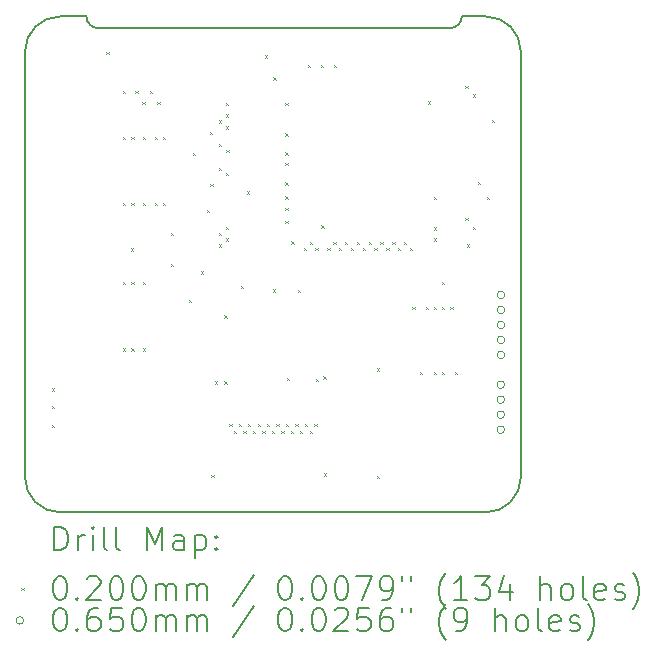
<source format=gbr>
%TF.GenerationSoftware,KiCad,Pcbnew,7.0.6*%
%TF.CreationDate,2023-09-15T14:05:19+02:00*%
%TF.ProjectId,V8,56382e6b-6963-4616-945f-706362585858,rev?*%
%TF.SameCoordinates,Original*%
%TF.FileFunction,Drillmap*%
%TF.FilePolarity,Positive*%
%FSLAX45Y45*%
G04 Gerber Fmt 4.5, Leading zero omitted, Abs format (unit mm)*
G04 Created by KiCad (PCBNEW 7.0.6) date 2023-09-15 14:05:19*
%MOMM*%
%LPD*%
G01*
G04 APERTURE LIST*
%ADD10C,0.200000*%
%ADD11C,0.020000*%
%ADD12C,0.065000*%
G04 APERTURE END LIST*
D10*
X13520355Y-8000000D02*
X16499645Y-8000000D01*
X12900000Y-8200000D02*
X12900000Y-11800000D01*
X16800000Y-12100000D02*
G75*
G03*
X17100000Y-11800000I0J300000D01*
G01*
X13199645Y-7900000D02*
X13420355Y-7900000D01*
X16600000Y-7900000D02*
X16800000Y-7900000D01*
X17100000Y-11800000D02*
X17100000Y-8200000D01*
X12900000Y-11800000D02*
G75*
G03*
X13200000Y-12100000I300000J0D01*
G01*
X17100000Y-8200000D02*
G75*
G03*
X16800000Y-7900000I-300000J0D01*
G01*
X13200000Y-7900000D02*
G75*
G03*
X12900000Y-8200000I0J-300000D01*
G01*
X16500000Y-8000000D02*
G75*
G03*
X16600000Y-7900000I0J100000D01*
G01*
X13200000Y-12100000D02*
X16800000Y-12100000D01*
X13420710Y-7900000D02*
G75*
G03*
X13520711Y-8000000I100000J0D01*
G01*
D11*
X13130000Y-11050000D02*
X13150000Y-11070000D01*
X13150000Y-11050000D02*
X13130000Y-11070000D01*
X13130000Y-11200000D02*
X13150000Y-11220000D01*
X13150000Y-11200000D02*
X13130000Y-11220000D01*
X13130000Y-11360000D02*
X13150000Y-11380000D01*
X13150000Y-11360000D02*
X13130000Y-11380000D01*
X13590000Y-8200000D02*
X13610000Y-8220000D01*
X13610000Y-8200000D02*
X13590000Y-8220000D01*
X13730000Y-8530000D02*
X13750000Y-8550000D01*
X13750000Y-8530000D02*
X13730000Y-8550000D01*
X13730000Y-8920000D02*
X13750000Y-8940000D01*
X13750000Y-8920000D02*
X13730000Y-8940000D01*
X13730000Y-9480000D02*
X13750000Y-9500000D01*
X13750000Y-9480000D02*
X13730000Y-9500000D01*
X13730000Y-10150000D02*
X13750000Y-10170000D01*
X13750000Y-10150000D02*
X13730000Y-10170000D01*
X13730000Y-10710000D02*
X13750000Y-10730000D01*
X13750000Y-10710000D02*
X13730000Y-10730000D01*
X13795250Y-9865000D02*
X13815250Y-9885000D01*
X13815250Y-9865000D02*
X13795250Y-9885000D01*
X13800000Y-8920000D02*
X13820000Y-8940000D01*
X13820000Y-8920000D02*
X13800000Y-8940000D01*
X13800000Y-9480000D02*
X13820000Y-9500000D01*
X13820000Y-9480000D02*
X13800000Y-9500000D01*
X13800000Y-10150000D02*
X13820000Y-10170000D01*
X13820000Y-10150000D02*
X13800000Y-10170000D01*
X13800000Y-10710000D02*
X13820000Y-10730000D01*
X13820000Y-10710000D02*
X13800000Y-10730000D01*
X13833721Y-8530857D02*
X13853721Y-8550857D01*
X13853721Y-8530857D02*
X13833721Y-8550857D01*
X13895000Y-8625000D02*
X13915000Y-8645000D01*
X13915000Y-8625000D02*
X13895000Y-8645000D01*
X13900000Y-8920000D02*
X13920000Y-8940000D01*
X13920000Y-8920000D02*
X13900000Y-8940000D01*
X13900000Y-9480000D02*
X13920000Y-9500000D01*
X13920000Y-9480000D02*
X13900000Y-9500000D01*
X13900000Y-10150000D02*
X13920000Y-10170000D01*
X13920000Y-10150000D02*
X13900000Y-10170000D01*
X13900000Y-10710000D02*
X13920000Y-10730000D01*
X13920000Y-10710000D02*
X13900000Y-10730000D01*
X13960000Y-8530000D02*
X13980000Y-8550000D01*
X13980000Y-8530000D02*
X13960000Y-8550000D01*
X14000000Y-8920000D02*
X14020000Y-8940000D01*
X14020000Y-8920000D02*
X14000000Y-8940000D01*
X14000000Y-9480000D02*
X14020000Y-9500000D01*
X14020000Y-9480000D02*
X14000000Y-9500000D01*
X14019938Y-8625000D02*
X14039938Y-8645000D01*
X14039938Y-8625000D02*
X14019938Y-8645000D01*
X14070000Y-8920000D02*
X14090000Y-8940000D01*
X14090000Y-8920000D02*
X14070000Y-8940000D01*
X14070000Y-9480000D02*
X14090000Y-9500000D01*
X14090000Y-9480000D02*
X14070000Y-9500000D01*
X14135250Y-9735000D02*
X14155250Y-9755000D01*
X14155250Y-9735000D02*
X14135250Y-9755000D01*
X14135250Y-9995000D02*
X14155250Y-10015000D01*
X14155250Y-9995000D02*
X14135250Y-10015000D01*
X14290000Y-10300000D02*
X14310000Y-10320000D01*
X14310000Y-10300000D02*
X14290000Y-10320000D01*
X14320000Y-9055000D02*
X14340000Y-9075000D01*
X14340000Y-9055000D02*
X14320000Y-9075000D01*
X14390000Y-10060050D02*
X14410000Y-10080050D01*
X14410000Y-10060050D02*
X14390000Y-10080050D01*
X14440000Y-9540000D02*
X14460000Y-9560000D01*
X14460000Y-9540000D02*
X14440000Y-9560000D01*
X14465000Y-8880000D02*
X14485000Y-8900000D01*
X14485000Y-8880000D02*
X14465000Y-8900000D01*
X14470000Y-9320000D02*
X14490000Y-9340000D01*
X14490000Y-9320000D02*
X14470000Y-9340000D01*
X14480000Y-11780000D02*
X14500000Y-11800000D01*
X14500000Y-11780000D02*
X14480000Y-11800000D01*
X14510000Y-10990557D02*
X14530000Y-11010557D01*
X14530000Y-10990557D02*
X14510000Y-11010557D01*
X14540000Y-8780000D02*
X14560000Y-8800000D01*
X14560000Y-8780000D02*
X14540000Y-8800000D01*
X14540000Y-8980000D02*
X14560000Y-9000000D01*
X14560000Y-8980000D02*
X14540000Y-9000000D01*
X14540000Y-9180000D02*
X14560000Y-9200000D01*
X14560000Y-9180000D02*
X14540000Y-9200000D01*
X14540000Y-9731407D02*
X14560000Y-9751407D01*
X14560000Y-9731407D02*
X14540000Y-9751407D01*
X14540000Y-9830000D02*
X14560000Y-9850000D01*
X14560000Y-9830000D02*
X14540000Y-9850000D01*
X14590000Y-10430000D02*
X14610000Y-10450000D01*
X14610000Y-10430000D02*
X14590000Y-10450000D01*
X14590000Y-10990557D02*
X14610000Y-11010557D01*
X14610000Y-10990557D02*
X14590000Y-11010557D01*
X14600000Y-8630000D02*
X14620000Y-8650000D01*
X14620000Y-8630000D02*
X14600000Y-8650000D01*
X14600000Y-8730000D02*
X14620000Y-8750000D01*
X14620000Y-8730000D02*
X14600000Y-8750000D01*
X14600000Y-8830000D02*
X14620000Y-8850000D01*
X14620000Y-8830000D02*
X14600000Y-8850000D01*
X14600000Y-9224950D02*
X14620000Y-9244950D01*
X14620000Y-9224950D02*
X14600000Y-9244950D01*
X14600000Y-9680000D02*
X14620000Y-9700000D01*
X14620000Y-9680000D02*
X14600000Y-9700000D01*
X14600000Y-9780000D02*
X14620000Y-9800000D01*
X14620000Y-9780000D02*
X14600000Y-9800000D01*
X14605050Y-9030000D02*
X14625050Y-9050000D01*
X14625050Y-9030000D02*
X14605050Y-9050000D01*
X14630000Y-11350000D02*
X14650000Y-11370000D01*
X14650000Y-11350000D02*
X14630000Y-11370000D01*
X14670000Y-11410000D02*
X14690000Y-11430000D01*
X14690000Y-11410000D02*
X14670000Y-11430000D01*
X14710000Y-11350000D02*
X14730000Y-11370000D01*
X14730000Y-11350000D02*
X14710000Y-11370000D01*
X14730000Y-10180000D02*
X14750000Y-10200000D01*
X14750000Y-10180000D02*
X14730000Y-10200000D01*
X14750000Y-11410000D02*
X14770000Y-11430000D01*
X14770000Y-11410000D02*
X14750000Y-11430000D01*
X14780000Y-9380000D02*
X14800000Y-9400000D01*
X14800000Y-9380000D02*
X14780000Y-9400000D01*
X14790000Y-11350000D02*
X14810000Y-11370000D01*
X14810000Y-11350000D02*
X14790000Y-11370000D01*
X14830000Y-11410000D02*
X14850000Y-11430000D01*
X14850000Y-11410000D02*
X14830000Y-11430000D01*
X14870000Y-11350000D02*
X14890000Y-11370000D01*
X14890000Y-11350000D02*
X14870000Y-11370000D01*
X14910000Y-11410000D02*
X14930000Y-11430000D01*
X14930000Y-11410000D02*
X14910000Y-11430000D01*
X14930000Y-8230000D02*
X14950000Y-8250000D01*
X14950000Y-8230000D02*
X14930000Y-8250000D01*
X14950000Y-11350000D02*
X14970000Y-11370000D01*
X14970000Y-11350000D02*
X14950000Y-11370000D01*
X14990000Y-11410000D02*
X15010000Y-11430000D01*
X15010000Y-11410000D02*
X14990000Y-11430000D01*
X15000000Y-10210000D02*
X15020000Y-10230000D01*
X15020000Y-10210000D02*
X15000000Y-10230000D01*
X15005000Y-8415000D02*
X15025000Y-8435000D01*
X15025000Y-8415000D02*
X15005000Y-8435000D01*
X15030000Y-11350000D02*
X15050000Y-11370000D01*
X15050000Y-11350000D02*
X15030000Y-11370000D01*
X15070000Y-11410000D02*
X15090000Y-11430000D01*
X15090000Y-11410000D02*
X15070000Y-11430000D01*
X15104284Y-9305716D02*
X15124284Y-9325716D01*
X15124284Y-9305716D02*
X15104284Y-9325716D01*
X15105000Y-8632500D02*
X15125000Y-8652500D01*
X15125000Y-8632500D02*
X15105000Y-8652500D01*
X15105000Y-8890000D02*
X15125000Y-8910000D01*
X15125000Y-8890000D02*
X15105000Y-8910000D01*
X15105000Y-9050000D02*
X15125000Y-9070000D01*
X15125000Y-9050000D02*
X15105000Y-9070000D01*
X15105000Y-9139114D02*
X15125000Y-9159114D01*
X15125000Y-9139114D02*
X15105000Y-9159114D01*
X15105000Y-9425000D02*
X15125000Y-9445000D01*
X15125000Y-9425000D02*
X15105000Y-9445000D01*
X15105000Y-9520000D02*
X15125000Y-9540000D01*
X15125000Y-9520000D02*
X15105000Y-9540000D01*
X15105000Y-9630000D02*
X15125000Y-9650000D01*
X15125000Y-9630000D02*
X15105000Y-9650000D01*
X15110000Y-11350000D02*
X15130000Y-11370000D01*
X15130000Y-11350000D02*
X15110000Y-11370000D01*
X15120000Y-10960000D02*
X15140000Y-10980000D01*
X15140000Y-10960000D02*
X15120000Y-10980000D01*
X15150000Y-11410000D02*
X15170000Y-11430000D01*
X15170000Y-11410000D02*
X15150000Y-11430000D01*
X15155000Y-9805000D02*
X15175000Y-9825000D01*
X15175000Y-9805000D02*
X15155000Y-9825000D01*
X15190000Y-11350000D02*
X15210000Y-11370000D01*
X15210000Y-11350000D02*
X15190000Y-11370000D01*
X15210000Y-10215000D02*
X15230000Y-10235000D01*
X15230000Y-10215000D02*
X15210000Y-10235000D01*
X15230000Y-11410000D02*
X15250000Y-11430000D01*
X15250000Y-11410000D02*
X15230000Y-11430000D01*
X15260000Y-9860000D02*
X15280000Y-9880000D01*
X15280000Y-9860000D02*
X15260000Y-9880000D01*
X15270000Y-11350000D02*
X15290000Y-11370000D01*
X15290000Y-11350000D02*
X15270000Y-11370000D01*
X15295000Y-8310000D02*
X15315000Y-8330000D01*
X15315000Y-8310000D02*
X15295000Y-8330000D01*
X15310000Y-9810000D02*
X15330000Y-9830000D01*
X15330000Y-9810000D02*
X15310000Y-9830000D01*
X15310000Y-11410000D02*
X15330000Y-11430000D01*
X15330000Y-11410000D02*
X15310000Y-11430000D01*
X15350000Y-11350000D02*
X15370000Y-11370000D01*
X15370000Y-11350000D02*
X15350000Y-11370000D01*
X15360000Y-9860000D02*
X15380000Y-9880000D01*
X15380000Y-9860000D02*
X15360000Y-9880000D01*
X15365000Y-10970000D02*
X15385000Y-10990000D01*
X15385000Y-10970000D02*
X15365000Y-10990000D01*
X15408215Y-8311784D02*
X15428215Y-8331784D01*
X15428215Y-8311784D02*
X15408215Y-8331784D01*
X15410000Y-9670000D02*
X15430000Y-9690000D01*
X15430000Y-9670000D02*
X15410000Y-9690000D01*
X15427535Y-10947465D02*
X15447535Y-10967465D01*
X15447535Y-10947465D02*
X15427535Y-10967465D01*
X15430000Y-11770000D02*
X15450000Y-11790000D01*
X15450000Y-11770000D02*
X15430000Y-11790000D01*
X15460000Y-9860000D02*
X15480000Y-9880000D01*
X15480000Y-9860000D02*
X15460000Y-9880000D01*
X15510000Y-9810000D02*
X15530000Y-9830000D01*
X15530000Y-9810000D02*
X15510000Y-9830000D01*
X15515000Y-8310000D02*
X15535000Y-8330000D01*
X15535000Y-8310000D02*
X15515000Y-8330000D01*
X15560000Y-9860000D02*
X15580000Y-9880000D01*
X15580000Y-9860000D02*
X15560000Y-9880000D01*
X15610000Y-9810000D02*
X15630000Y-9830000D01*
X15630000Y-9810000D02*
X15610000Y-9830000D01*
X15660000Y-9860000D02*
X15680000Y-9880000D01*
X15680000Y-9860000D02*
X15660000Y-9880000D01*
X15710000Y-9810000D02*
X15730000Y-9830000D01*
X15730000Y-9810000D02*
X15710000Y-9830000D01*
X15760000Y-9860000D02*
X15780000Y-9880000D01*
X15780000Y-9860000D02*
X15760000Y-9880000D01*
X15810000Y-9810000D02*
X15830000Y-9830000D01*
X15830000Y-9810000D02*
X15810000Y-9830000D01*
X15860000Y-9860000D02*
X15880000Y-9880000D01*
X15880000Y-9860000D02*
X15860000Y-9880000D01*
X15878000Y-11790000D02*
X15898000Y-11810000D01*
X15898000Y-11790000D02*
X15878000Y-11810000D01*
X15880000Y-10880000D02*
X15900000Y-10900000D01*
X15900000Y-10880000D02*
X15880000Y-10900000D01*
X15910000Y-9810000D02*
X15930000Y-9830000D01*
X15930000Y-9810000D02*
X15910000Y-9830000D01*
X15960000Y-9860000D02*
X15980000Y-9880000D01*
X15980000Y-9860000D02*
X15960000Y-9880000D01*
X16010000Y-9810000D02*
X16030000Y-9830000D01*
X16030000Y-9810000D02*
X16010000Y-9830000D01*
X16060000Y-9860000D02*
X16080000Y-9880000D01*
X16080000Y-9860000D02*
X16060000Y-9880000D01*
X16110000Y-9810000D02*
X16130000Y-9830000D01*
X16130000Y-9810000D02*
X16110000Y-9830000D01*
X16160000Y-9860000D02*
X16180000Y-9880000D01*
X16180000Y-9860000D02*
X16160000Y-9880000D01*
X16180000Y-10360000D02*
X16200000Y-10380000D01*
X16200000Y-10360000D02*
X16180000Y-10380000D01*
X16245000Y-10908000D02*
X16265000Y-10928000D01*
X16265000Y-10908000D02*
X16245000Y-10928000D01*
X16292500Y-10358000D02*
X16312500Y-10378000D01*
X16312500Y-10358000D02*
X16292500Y-10378000D01*
X16310000Y-8620000D02*
X16330000Y-8640000D01*
X16330000Y-8620000D02*
X16310000Y-8640000D01*
X16360000Y-9430000D02*
X16380000Y-9450000D01*
X16380000Y-9430000D02*
X16360000Y-9450000D01*
X16360000Y-9685000D02*
X16380000Y-9705000D01*
X16380000Y-9685000D02*
X16360000Y-9705000D01*
X16360000Y-9780000D02*
X16380000Y-9800000D01*
X16380000Y-9780000D02*
X16360000Y-9800000D01*
X16362500Y-10358000D02*
X16382500Y-10378000D01*
X16382500Y-10358000D02*
X16362500Y-10378000D01*
X16362500Y-10908000D02*
X16382500Y-10928000D01*
X16382500Y-10908000D02*
X16362500Y-10928000D01*
X16430000Y-10150000D02*
X16450000Y-10170000D01*
X16450000Y-10150000D02*
X16430000Y-10170000D01*
X16432500Y-10358000D02*
X16452500Y-10378000D01*
X16452500Y-10358000D02*
X16432500Y-10378000D01*
X16432500Y-10908000D02*
X16452500Y-10928000D01*
X16452500Y-10908000D02*
X16432500Y-10928000D01*
X16502500Y-10358000D02*
X16522500Y-10378000D01*
X16522500Y-10358000D02*
X16502500Y-10378000D01*
X16540000Y-10908000D02*
X16560000Y-10928000D01*
X16560000Y-10908000D02*
X16540000Y-10928000D01*
X16630000Y-8490000D02*
X16650000Y-8510000D01*
X16650000Y-8490000D02*
X16630000Y-8510000D01*
X16630000Y-9605000D02*
X16650000Y-9625000D01*
X16650000Y-9605000D02*
X16630000Y-9625000D01*
X16640000Y-9830000D02*
X16660000Y-9850000D01*
X16660000Y-9830000D02*
X16640000Y-9850000D01*
X16690000Y-9680000D02*
X16710000Y-9700000D01*
X16710000Y-9680000D02*
X16690000Y-9700000D01*
X16692000Y-8560000D02*
X16712000Y-8580000D01*
X16712000Y-8560000D02*
X16692000Y-8580000D01*
X16735000Y-9300000D02*
X16755000Y-9320000D01*
X16755000Y-9300000D02*
X16735000Y-9320000D01*
X16810000Y-9430000D02*
X16830000Y-9450000D01*
X16830000Y-9430000D02*
X16810000Y-9450000D01*
X16855000Y-8775000D02*
X16875000Y-8795000D01*
X16875000Y-8775000D02*
X16855000Y-8795000D01*
D12*
X16962500Y-10259000D02*
G75*
G03*
X16962500Y-10259000I-32500J0D01*
G01*
X16962500Y-10386000D02*
G75*
G03*
X16962500Y-10386000I-32500J0D01*
G01*
X16962500Y-10513000D02*
G75*
G03*
X16962500Y-10513000I-32500J0D01*
G01*
X16962500Y-10640000D02*
G75*
G03*
X16962500Y-10640000I-32500J0D01*
G01*
X16962500Y-10767000D02*
G75*
G03*
X16962500Y-10767000I-32500J0D01*
G01*
X16962500Y-11019000D02*
G75*
G03*
X16962500Y-11019000I-32500J0D01*
G01*
X16962500Y-11146000D02*
G75*
G03*
X16962500Y-11146000I-32500J0D01*
G01*
X16962500Y-11273000D02*
G75*
G03*
X16962500Y-11273000I-32500J0D01*
G01*
X16962500Y-11400000D02*
G75*
G03*
X16962500Y-11400000I-32500J0D01*
G01*
D10*
X13150777Y-12421484D02*
X13150777Y-12221484D01*
X13150777Y-12221484D02*
X13198396Y-12221484D01*
X13198396Y-12221484D02*
X13226967Y-12231008D01*
X13226967Y-12231008D02*
X13246015Y-12250055D01*
X13246015Y-12250055D02*
X13255539Y-12269103D01*
X13255539Y-12269103D02*
X13265062Y-12307198D01*
X13265062Y-12307198D02*
X13265062Y-12335769D01*
X13265062Y-12335769D02*
X13255539Y-12373865D01*
X13255539Y-12373865D02*
X13246015Y-12392912D01*
X13246015Y-12392912D02*
X13226967Y-12411960D01*
X13226967Y-12411960D02*
X13198396Y-12421484D01*
X13198396Y-12421484D02*
X13150777Y-12421484D01*
X13350777Y-12421484D02*
X13350777Y-12288150D01*
X13350777Y-12326246D02*
X13360301Y-12307198D01*
X13360301Y-12307198D02*
X13369824Y-12297674D01*
X13369824Y-12297674D02*
X13388872Y-12288150D01*
X13388872Y-12288150D02*
X13407920Y-12288150D01*
X13474586Y-12421484D02*
X13474586Y-12288150D01*
X13474586Y-12221484D02*
X13465062Y-12231008D01*
X13465062Y-12231008D02*
X13474586Y-12240531D01*
X13474586Y-12240531D02*
X13484110Y-12231008D01*
X13484110Y-12231008D02*
X13474586Y-12221484D01*
X13474586Y-12221484D02*
X13474586Y-12240531D01*
X13598396Y-12421484D02*
X13579348Y-12411960D01*
X13579348Y-12411960D02*
X13569824Y-12392912D01*
X13569824Y-12392912D02*
X13569824Y-12221484D01*
X13703158Y-12421484D02*
X13684110Y-12411960D01*
X13684110Y-12411960D02*
X13674586Y-12392912D01*
X13674586Y-12392912D02*
X13674586Y-12221484D01*
X13931729Y-12421484D02*
X13931729Y-12221484D01*
X13931729Y-12221484D02*
X13998396Y-12364341D01*
X13998396Y-12364341D02*
X14065062Y-12221484D01*
X14065062Y-12221484D02*
X14065062Y-12421484D01*
X14246015Y-12421484D02*
X14246015Y-12316722D01*
X14246015Y-12316722D02*
X14236491Y-12297674D01*
X14236491Y-12297674D02*
X14217443Y-12288150D01*
X14217443Y-12288150D02*
X14179348Y-12288150D01*
X14179348Y-12288150D02*
X14160301Y-12297674D01*
X14246015Y-12411960D02*
X14226967Y-12421484D01*
X14226967Y-12421484D02*
X14179348Y-12421484D01*
X14179348Y-12421484D02*
X14160301Y-12411960D01*
X14160301Y-12411960D02*
X14150777Y-12392912D01*
X14150777Y-12392912D02*
X14150777Y-12373865D01*
X14150777Y-12373865D02*
X14160301Y-12354817D01*
X14160301Y-12354817D02*
X14179348Y-12345293D01*
X14179348Y-12345293D02*
X14226967Y-12345293D01*
X14226967Y-12345293D02*
X14246015Y-12335769D01*
X14341253Y-12288150D02*
X14341253Y-12488150D01*
X14341253Y-12297674D02*
X14360301Y-12288150D01*
X14360301Y-12288150D02*
X14398396Y-12288150D01*
X14398396Y-12288150D02*
X14417443Y-12297674D01*
X14417443Y-12297674D02*
X14426967Y-12307198D01*
X14426967Y-12307198D02*
X14436491Y-12326246D01*
X14436491Y-12326246D02*
X14436491Y-12383388D01*
X14436491Y-12383388D02*
X14426967Y-12402436D01*
X14426967Y-12402436D02*
X14417443Y-12411960D01*
X14417443Y-12411960D02*
X14398396Y-12421484D01*
X14398396Y-12421484D02*
X14360301Y-12421484D01*
X14360301Y-12421484D02*
X14341253Y-12411960D01*
X14522205Y-12402436D02*
X14531729Y-12411960D01*
X14531729Y-12411960D02*
X14522205Y-12421484D01*
X14522205Y-12421484D02*
X14512682Y-12411960D01*
X14512682Y-12411960D02*
X14522205Y-12402436D01*
X14522205Y-12402436D02*
X14522205Y-12421484D01*
X14522205Y-12297674D02*
X14531729Y-12307198D01*
X14531729Y-12307198D02*
X14522205Y-12316722D01*
X14522205Y-12316722D02*
X14512682Y-12307198D01*
X14512682Y-12307198D02*
X14522205Y-12297674D01*
X14522205Y-12297674D02*
X14522205Y-12316722D01*
D11*
X12870000Y-12740000D02*
X12890000Y-12760000D01*
X12890000Y-12740000D02*
X12870000Y-12760000D01*
D10*
X13188872Y-12641484D02*
X13207920Y-12641484D01*
X13207920Y-12641484D02*
X13226967Y-12651008D01*
X13226967Y-12651008D02*
X13236491Y-12660531D01*
X13236491Y-12660531D02*
X13246015Y-12679579D01*
X13246015Y-12679579D02*
X13255539Y-12717674D01*
X13255539Y-12717674D02*
X13255539Y-12765293D01*
X13255539Y-12765293D02*
X13246015Y-12803388D01*
X13246015Y-12803388D02*
X13236491Y-12822436D01*
X13236491Y-12822436D02*
X13226967Y-12831960D01*
X13226967Y-12831960D02*
X13207920Y-12841484D01*
X13207920Y-12841484D02*
X13188872Y-12841484D01*
X13188872Y-12841484D02*
X13169824Y-12831960D01*
X13169824Y-12831960D02*
X13160301Y-12822436D01*
X13160301Y-12822436D02*
X13150777Y-12803388D01*
X13150777Y-12803388D02*
X13141253Y-12765293D01*
X13141253Y-12765293D02*
X13141253Y-12717674D01*
X13141253Y-12717674D02*
X13150777Y-12679579D01*
X13150777Y-12679579D02*
X13160301Y-12660531D01*
X13160301Y-12660531D02*
X13169824Y-12651008D01*
X13169824Y-12651008D02*
X13188872Y-12641484D01*
X13341253Y-12822436D02*
X13350777Y-12831960D01*
X13350777Y-12831960D02*
X13341253Y-12841484D01*
X13341253Y-12841484D02*
X13331729Y-12831960D01*
X13331729Y-12831960D02*
X13341253Y-12822436D01*
X13341253Y-12822436D02*
X13341253Y-12841484D01*
X13426967Y-12660531D02*
X13436491Y-12651008D01*
X13436491Y-12651008D02*
X13455539Y-12641484D01*
X13455539Y-12641484D02*
X13503158Y-12641484D01*
X13503158Y-12641484D02*
X13522205Y-12651008D01*
X13522205Y-12651008D02*
X13531729Y-12660531D01*
X13531729Y-12660531D02*
X13541253Y-12679579D01*
X13541253Y-12679579D02*
X13541253Y-12698627D01*
X13541253Y-12698627D02*
X13531729Y-12727198D01*
X13531729Y-12727198D02*
X13417443Y-12841484D01*
X13417443Y-12841484D02*
X13541253Y-12841484D01*
X13665062Y-12641484D02*
X13684110Y-12641484D01*
X13684110Y-12641484D02*
X13703158Y-12651008D01*
X13703158Y-12651008D02*
X13712682Y-12660531D01*
X13712682Y-12660531D02*
X13722205Y-12679579D01*
X13722205Y-12679579D02*
X13731729Y-12717674D01*
X13731729Y-12717674D02*
X13731729Y-12765293D01*
X13731729Y-12765293D02*
X13722205Y-12803388D01*
X13722205Y-12803388D02*
X13712682Y-12822436D01*
X13712682Y-12822436D02*
X13703158Y-12831960D01*
X13703158Y-12831960D02*
X13684110Y-12841484D01*
X13684110Y-12841484D02*
X13665062Y-12841484D01*
X13665062Y-12841484D02*
X13646015Y-12831960D01*
X13646015Y-12831960D02*
X13636491Y-12822436D01*
X13636491Y-12822436D02*
X13626967Y-12803388D01*
X13626967Y-12803388D02*
X13617443Y-12765293D01*
X13617443Y-12765293D02*
X13617443Y-12717674D01*
X13617443Y-12717674D02*
X13626967Y-12679579D01*
X13626967Y-12679579D02*
X13636491Y-12660531D01*
X13636491Y-12660531D02*
X13646015Y-12651008D01*
X13646015Y-12651008D02*
X13665062Y-12641484D01*
X13855539Y-12641484D02*
X13874586Y-12641484D01*
X13874586Y-12641484D02*
X13893634Y-12651008D01*
X13893634Y-12651008D02*
X13903158Y-12660531D01*
X13903158Y-12660531D02*
X13912682Y-12679579D01*
X13912682Y-12679579D02*
X13922205Y-12717674D01*
X13922205Y-12717674D02*
X13922205Y-12765293D01*
X13922205Y-12765293D02*
X13912682Y-12803388D01*
X13912682Y-12803388D02*
X13903158Y-12822436D01*
X13903158Y-12822436D02*
X13893634Y-12831960D01*
X13893634Y-12831960D02*
X13874586Y-12841484D01*
X13874586Y-12841484D02*
X13855539Y-12841484D01*
X13855539Y-12841484D02*
X13836491Y-12831960D01*
X13836491Y-12831960D02*
X13826967Y-12822436D01*
X13826967Y-12822436D02*
X13817443Y-12803388D01*
X13817443Y-12803388D02*
X13807920Y-12765293D01*
X13807920Y-12765293D02*
X13807920Y-12717674D01*
X13807920Y-12717674D02*
X13817443Y-12679579D01*
X13817443Y-12679579D02*
X13826967Y-12660531D01*
X13826967Y-12660531D02*
X13836491Y-12651008D01*
X13836491Y-12651008D02*
X13855539Y-12641484D01*
X14007920Y-12841484D02*
X14007920Y-12708150D01*
X14007920Y-12727198D02*
X14017443Y-12717674D01*
X14017443Y-12717674D02*
X14036491Y-12708150D01*
X14036491Y-12708150D02*
X14065063Y-12708150D01*
X14065063Y-12708150D02*
X14084110Y-12717674D01*
X14084110Y-12717674D02*
X14093634Y-12736722D01*
X14093634Y-12736722D02*
X14093634Y-12841484D01*
X14093634Y-12736722D02*
X14103158Y-12717674D01*
X14103158Y-12717674D02*
X14122205Y-12708150D01*
X14122205Y-12708150D02*
X14150777Y-12708150D01*
X14150777Y-12708150D02*
X14169824Y-12717674D01*
X14169824Y-12717674D02*
X14179348Y-12736722D01*
X14179348Y-12736722D02*
X14179348Y-12841484D01*
X14274586Y-12841484D02*
X14274586Y-12708150D01*
X14274586Y-12727198D02*
X14284110Y-12717674D01*
X14284110Y-12717674D02*
X14303158Y-12708150D01*
X14303158Y-12708150D02*
X14331729Y-12708150D01*
X14331729Y-12708150D02*
X14350777Y-12717674D01*
X14350777Y-12717674D02*
X14360301Y-12736722D01*
X14360301Y-12736722D02*
X14360301Y-12841484D01*
X14360301Y-12736722D02*
X14369824Y-12717674D01*
X14369824Y-12717674D02*
X14388872Y-12708150D01*
X14388872Y-12708150D02*
X14417443Y-12708150D01*
X14417443Y-12708150D02*
X14436491Y-12717674D01*
X14436491Y-12717674D02*
X14446015Y-12736722D01*
X14446015Y-12736722D02*
X14446015Y-12841484D01*
X14836491Y-12631960D02*
X14665063Y-12889103D01*
X15093634Y-12641484D02*
X15112682Y-12641484D01*
X15112682Y-12641484D02*
X15131729Y-12651008D01*
X15131729Y-12651008D02*
X15141253Y-12660531D01*
X15141253Y-12660531D02*
X15150777Y-12679579D01*
X15150777Y-12679579D02*
X15160301Y-12717674D01*
X15160301Y-12717674D02*
X15160301Y-12765293D01*
X15160301Y-12765293D02*
X15150777Y-12803388D01*
X15150777Y-12803388D02*
X15141253Y-12822436D01*
X15141253Y-12822436D02*
X15131729Y-12831960D01*
X15131729Y-12831960D02*
X15112682Y-12841484D01*
X15112682Y-12841484D02*
X15093634Y-12841484D01*
X15093634Y-12841484D02*
X15074586Y-12831960D01*
X15074586Y-12831960D02*
X15065063Y-12822436D01*
X15065063Y-12822436D02*
X15055539Y-12803388D01*
X15055539Y-12803388D02*
X15046015Y-12765293D01*
X15046015Y-12765293D02*
X15046015Y-12717674D01*
X15046015Y-12717674D02*
X15055539Y-12679579D01*
X15055539Y-12679579D02*
X15065063Y-12660531D01*
X15065063Y-12660531D02*
X15074586Y-12651008D01*
X15074586Y-12651008D02*
X15093634Y-12641484D01*
X15246015Y-12822436D02*
X15255539Y-12831960D01*
X15255539Y-12831960D02*
X15246015Y-12841484D01*
X15246015Y-12841484D02*
X15236491Y-12831960D01*
X15236491Y-12831960D02*
X15246015Y-12822436D01*
X15246015Y-12822436D02*
X15246015Y-12841484D01*
X15379348Y-12641484D02*
X15398396Y-12641484D01*
X15398396Y-12641484D02*
X15417444Y-12651008D01*
X15417444Y-12651008D02*
X15426967Y-12660531D01*
X15426967Y-12660531D02*
X15436491Y-12679579D01*
X15436491Y-12679579D02*
X15446015Y-12717674D01*
X15446015Y-12717674D02*
X15446015Y-12765293D01*
X15446015Y-12765293D02*
X15436491Y-12803388D01*
X15436491Y-12803388D02*
X15426967Y-12822436D01*
X15426967Y-12822436D02*
X15417444Y-12831960D01*
X15417444Y-12831960D02*
X15398396Y-12841484D01*
X15398396Y-12841484D02*
X15379348Y-12841484D01*
X15379348Y-12841484D02*
X15360301Y-12831960D01*
X15360301Y-12831960D02*
X15350777Y-12822436D01*
X15350777Y-12822436D02*
X15341253Y-12803388D01*
X15341253Y-12803388D02*
X15331729Y-12765293D01*
X15331729Y-12765293D02*
X15331729Y-12717674D01*
X15331729Y-12717674D02*
X15341253Y-12679579D01*
X15341253Y-12679579D02*
X15350777Y-12660531D01*
X15350777Y-12660531D02*
X15360301Y-12651008D01*
X15360301Y-12651008D02*
X15379348Y-12641484D01*
X15569825Y-12641484D02*
X15588872Y-12641484D01*
X15588872Y-12641484D02*
X15607920Y-12651008D01*
X15607920Y-12651008D02*
X15617444Y-12660531D01*
X15617444Y-12660531D02*
X15626967Y-12679579D01*
X15626967Y-12679579D02*
X15636491Y-12717674D01*
X15636491Y-12717674D02*
X15636491Y-12765293D01*
X15636491Y-12765293D02*
X15626967Y-12803388D01*
X15626967Y-12803388D02*
X15617444Y-12822436D01*
X15617444Y-12822436D02*
X15607920Y-12831960D01*
X15607920Y-12831960D02*
X15588872Y-12841484D01*
X15588872Y-12841484D02*
X15569825Y-12841484D01*
X15569825Y-12841484D02*
X15550777Y-12831960D01*
X15550777Y-12831960D02*
X15541253Y-12822436D01*
X15541253Y-12822436D02*
X15531729Y-12803388D01*
X15531729Y-12803388D02*
X15522206Y-12765293D01*
X15522206Y-12765293D02*
X15522206Y-12717674D01*
X15522206Y-12717674D02*
X15531729Y-12679579D01*
X15531729Y-12679579D02*
X15541253Y-12660531D01*
X15541253Y-12660531D02*
X15550777Y-12651008D01*
X15550777Y-12651008D02*
X15569825Y-12641484D01*
X15703158Y-12641484D02*
X15836491Y-12641484D01*
X15836491Y-12641484D02*
X15750777Y-12841484D01*
X15922206Y-12841484D02*
X15960301Y-12841484D01*
X15960301Y-12841484D02*
X15979348Y-12831960D01*
X15979348Y-12831960D02*
X15988872Y-12822436D01*
X15988872Y-12822436D02*
X16007920Y-12793865D01*
X16007920Y-12793865D02*
X16017444Y-12755769D01*
X16017444Y-12755769D02*
X16017444Y-12679579D01*
X16017444Y-12679579D02*
X16007920Y-12660531D01*
X16007920Y-12660531D02*
X15998396Y-12651008D01*
X15998396Y-12651008D02*
X15979348Y-12641484D01*
X15979348Y-12641484D02*
X15941253Y-12641484D01*
X15941253Y-12641484D02*
X15922206Y-12651008D01*
X15922206Y-12651008D02*
X15912682Y-12660531D01*
X15912682Y-12660531D02*
X15903158Y-12679579D01*
X15903158Y-12679579D02*
X15903158Y-12727198D01*
X15903158Y-12727198D02*
X15912682Y-12746246D01*
X15912682Y-12746246D02*
X15922206Y-12755769D01*
X15922206Y-12755769D02*
X15941253Y-12765293D01*
X15941253Y-12765293D02*
X15979348Y-12765293D01*
X15979348Y-12765293D02*
X15998396Y-12755769D01*
X15998396Y-12755769D02*
X16007920Y-12746246D01*
X16007920Y-12746246D02*
X16017444Y-12727198D01*
X16093634Y-12641484D02*
X16093634Y-12679579D01*
X16169825Y-12641484D02*
X16169825Y-12679579D01*
X16465063Y-12917674D02*
X16455539Y-12908150D01*
X16455539Y-12908150D02*
X16436491Y-12879579D01*
X16436491Y-12879579D02*
X16426968Y-12860531D01*
X16426968Y-12860531D02*
X16417444Y-12831960D01*
X16417444Y-12831960D02*
X16407920Y-12784341D01*
X16407920Y-12784341D02*
X16407920Y-12746246D01*
X16407920Y-12746246D02*
X16417444Y-12698627D01*
X16417444Y-12698627D02*
X16426968Y-12670055D01*
X16426968Y-12670055D02*
X16436491Y-12651008D01*
X16436491Y-12651008D02*
X16455539Y-12622436D01*
X16455539Y-12622436D02*
X16465063Y-12612912D01*
X16646015Y-12841484D02*
X16531729Y-12841484D01*
X16588872Y-12841484D02*
X16588872Y-12641484D01*
X16588872Y-12641484D02*
X16569825Y-12670055D01*
X16569825Y-12670055D02*
X16550777Y-12689103D01*
X16550777Y-12689103D02*
X16531729Y-12698627D01*
X16712682Y-12641484D02*
X16836491Y-12641484D01*
X16836491Y-12641484D02*
X16769825Y-12717674D01*
X16769825Y-12717674D02*
X16798396Y-12717674D01*
X16798396Y-12717674D02*
X16817444Y-12727198D01*
X16817444Y-12727198D02*
X16826968Y-12736722D01*
X16826968Y-12736722D02*
X16836491Y-12755769D01*
X16836491Y-12755769D02*
X16836491Y-12803388D01*
X16836491Y-12803388D02*
X16826968Y-12822436D01*
X16826968Y-12822436D02*
X16817444Y-12831960D01*
X16817444Y-12831960D02*
X16798396Y-12841484D01*
X16798396Y-12841484D02*
X16741253Y-12841484D01*
X16741253Y-12841484D02*
X16722206Y-12831960D01*
X16722206Y-12831960D02*
X16712682Y-12822436D01*
X17007920Y-12708150D02*
X17007920Y-12841484D01*
X16960301Y-12631960D02*
X16912682Y-12774817D01*
X16912682Y-12774817D02*
X17036491Y-12774817D01*
X17265063Y-12841484D02*
X17265063Y-12641484D01*
X17350777Y-12841484D02*
X17350777Y-12736722D01*
X17350777Y-12736722D02*
X17341253Y-12717674D01*
X17341253Y-12717674D02*
X17322206Y-12708150D01*
X17322206Y-12708150D02*
X17293634Y-12708150D01*
X17293634Y-12708150D02*
X17274587Y-12717674D01*
X17274587Y-12717674D02*
X17265063Y-12727198D01*
X17474587Y-12841484D02*
X17455539Y-12831960D01*
X17455539Y-12831960D02*
X17446015Y-12822436D01*
X17446015Y-12822436D02*
X17436492Y-12803388D01*
X17436492Y-12803388D02*
X17436492Y-12746246D01*
X17436492Y-12746246D02*
X17446015Y-12727198D01*
X17446015Y-12727198D02*
X17455539Y-12717674D01*
X17455539Y-12717674D02*
X17474587Y-12708150D01*
X17474587Y-12708150D02*
X17503158Y-12708150D01*
X17503158Y-12708150D02*
X17522206Y-12717674D01*
X17522206Y-12717674D02*
X17531730Y-12727198D01*
X17531730Y-12727198D02*
X17541253Y-12746246D01*
X17541253Y-12746246D02*
X17541253Y-12803388D01*
X17541253Y-12803388D02*
X17531730Y-12822436D01*
X17531730Y-12822436D02*
X17522206Y-12831960D01*
X17522206Y-12831960D02*
X17503158Y-12841484D01*
X17503158Y-12841484D02*
X17474587Y-12841484D01*
X17655539Y-12841484D02*
X17636492Y-12831960D01*
X17636492Y-12831960D02*
X17626968Y-12812912D01*
X17626968Y-12812912D02*
X17626968Y-12641484D01*
X17807920Y-12831960D02*
X17788873Y-12841484D01*
X17788873Y-12841484D02*
X17750777Y-12841484D01*
X17750777Y-12841484D02*
X17731730Y-12831960D01*
X17731730Y-12831960D02*
X17722206Y-12812912D01*
X17722206Y-12812912D02*
X17722206Y-12736722D01*
X17722206Y-12736722D02*
X17731730Y-12717674D01*
X17731730Y-12717674D02*
X17750777Y-12708150D01*
X17750777Y-12708150D02*
X17788873Y-12708150D01*
X17788873Y-12708150D02*
X17807920Y-12717674D01*
X17807920Y-12717674D02*
X17817444Y-12736722D01*
X17817444Y-12736722D02*
X17817444Y-12755769D01*
X17817444Y-12755769D02*
X17722206Y-12774817D01*
X17893634Y-12831960D02*
X17912682Y-12841484D01*
X17912682Y-12841484D02*
X17950777Y-12841484D01*
X17950777Y-12841484D02*
X17969825Y-12831960D01*
X17969825Y-12831960D02*
X17979349Y-12812912D01*
X17979349Y-12812912D02*
X17979349Y-12803388D01*
X17979349Y-12803388D02*
X17969825Y-12784341D01*
X17969825Y-12784341D02*
X17950777Y-12774817D01*
X17950777Y-12774817D02*
X17922206Y-12774817D01*
X17922206Y-12774817D02*
X17903158Y-12765293D01*
X17903158Y-12765293D02*
X17893634Y-12746246D01*
X17893634Y-12746246D02*
X17893634Y-12736722D01*
X17893634Y-12736722D02*
X17903158Y-12717674D01*
X17903158Y-12717674D02*
X17922206Y-12708150D01*
X17922206Y-12708150D02*
X17950777Y-12708150D01*
X17950777Y-12708150D02*
X17969825Y-12717674D01*
X18046015Y-12917674D02*
X18055539Y-12908150D01*
X18055539Y-12908150D02*
X18074587Y-12879579D01*
X18074587Y-12879579D02*
X18084111Y-12860531D01*
X18084111Y-12860531D02*
X18093634Y-12831960D01*
X18093634Y-12831960D02*
X18103158Y-12784341D01*
X18103158Y-12784341D02*
X18103158Y-12746246D01*
X18103158Y-12746246D02*
X18093634Y-12698627D01*
X18093634Y-12698627D02*
X18084111Y-12670055D01*
X18084111Y-12670055D02*
X18074587Y-12651008D01*
X18074587Y-12651008D02*
X18055539Y-12622436D01*
X18055539Y-12622436D02*
X18046015Y-12612912D01*
D12*
X12890000Y-13014000D02*
G75*
G03*
X12890000Y-13014000I-32500J0D01*
G01*
D10*
X13188872Y-12905484D02*
X13207920Y-12905484D01*
X13207920Y-12905484D02*
X13226967Y-12915008D01*
X13226967Y-12915008D02*
X13236491Y-12924531D01*
X13236491Y-12924531D02*
X13246015Y-12943579D01*
X13246015Y-12943579D02*
X13255539Y-12981674D01*
X13255539Y-12981674D02*
X13255539Y-13029293D01*
X13255539Y-13029293D02*
X13246015Y-13067388D01*
X13246015Y-13067388D02*
X13236491Y-13086436D01*
X13236491Y-13086436D02*
X13226967Y-13095960D01*
X13226967Y-13095960D02*
X13207920Y-13105484D01*
X13207920Y-13105484D02*
X13188872Y-13105484D01*
X13188872Y-13105484D02*
X13169824Y-13095960D01*
X13169824Y-13095960D02*
X13160301Y-13086436D01*
X13160301Y-13086436D02*
X13150777Y-13067388D01*
X13150777Y-13067388D02*
X13141253Y-13029293D01*
X13141253Y-13029293D02*
X13141253Y-12981674D01*
X13141253Y-12981674D02*
X13150777Y-12943579D01*
X13150777Y-12943579D02*
X13160301Y-12924531D01*
X13160301Y-12924531D02*
X13169824Y-12915008D01*
X13169824Y-12915008D02*
X13188872Y-12905484D01*
X13341253Y-13086436D02*
X13350777Y-13095960D01*
X13350777Y-13095960D02*
X13341253Y-13105484D01*
X13341253Y-13105484D02*
X13331729Y-13095960D01*
X13331729Y-13095960D02*
X13341253Y-13086436D01*
X13341253Y-13086436D02*
X13341253Y-13105484D01*
X13522205Y-12905484D02*
X13484110Y-12905484D01*
X13484110Y-12905484D02*
X13465062Y-12915008D01*
X13465062Y-12915008D02*
X13455539Y-12924531D01*
X13455539Y-12924531D02*
X13436491Y-12953103D01*
X13436491Y-12953103D02*
X13426967Y-12991198D01*
X13426967Y-12991198D02*
X13426967Y-13067388D01*
X13426967Y-13067388D02*
X13436491Y-13086436D01*
X13436491Y-13086436D02*
X13446015Y-13095960D01*
X13446015Y-13095960D02*
X13465062Y-13105484D01*
X13465062Y-13105484D02*
X13503158Y-13105484D01*
X13503158Y-13105484D02*
X13522205Y-13095960D01*
X13522205Y-13095960D02*
X13531729Y-13086436D01*
X13531729Y-13086436D02*
X13541253Y-13067388D01*
X13541253Y-13067388D02*
X13541253Y-13019769D01*
X13541253Y-13019769D02*
X13531729Y-13000722D01*
X13531729Y-13000722D02*
X13522205Y-12991198D01*
X13522205Y-12991198D02*
X13503158Y-12981674D01*
X13503158Y-12981674D02*
X13465062Y-12981674D01*
X13465062Y-12981674D02*
X13446015Y-12991198D01*
X13446015Y-12991198D02*
X13436491Y-13000722D01*
X13436491Y-13000722D02*
X13426967Y-13019769D01*
X13722205Y-12905484D02*
X13626967Y-12905484D01*
X13626967Y-12905484D02*
X13617443Y-13000722D01*
X13617443Y-13000722D02*
X13626967Y-12991198D01*
X13626967Y-12991198D02*
X13646015Y-12981674D01*
X13646015Y-12981674D02*
X13693634Y-12981674D01*
X13693634Y-12981674D02*
X13712682Y-12991198D01*
X13712682Y-12991198D02*
X13722205Y-13000722D01*
X13722205Y-13000722D02*
X13731729Y-13019769D01*
X13731729Y-13019769D02*
X13731729Y-13067388D01*
X13731729Y-13067388D02*
X13722205Y-13086436D01*
X13722205Y-13086436D02*
X13712682Y-13095960D01*
X13712682Y-13095960D02*
X13693634Y-13105484D01*
X13693634Y-13105484D02*
X13646015Y-13105484D01*
X13646015Y-13105484D02*
X13626967Y-13095960D01*
X13626967Y-13095960D02*
X13617443Y-13086436D01*
X13855539Y-12905484D02*
X13874586Y-12905484D01*
X13874586Y-12905484D02*
X13893634Y-12915008D01*
X13893634Y-12915008D02*
X13903158Y-12924531D01*
X13903158Y-12924531D02*
X13912682Y-12943579D01*
X13912682Y-12943579D02*
X13922205Y-12981674D01*
X13922205Y-12981674D02*
X13922205Y-13029293D01*
X13922205Y-13029293D02*
X13912682Y-13067388D01*
X13912682Y-13067388D02*
X13903158Y-13086436D01*
X13903158Y-13086436D02*
X13893634Y-13095960D01*
X13893634Y-13095960D02*
X13874586Y-13105484D01*
X13874586Y-13105484D02*
X13855539Y-13105484D01*
X13855539Y-13105484D02*
X13836491Y-13095960D01*
X13836491Y-13095960D02*
X13826967Y-13086436D01*
X13826967Y-13086436D02*
X13817443Y-13067388D01*
X13817443Y-13067388D02*
X13807920Y-13029293D01*
X13807920Y-13029293D02*
X13807920Y-12981674D01*
X13807920Y-12981674D02*
X13817443Y-12943579D01*
X13817443Y-12943579D02*
X13826967Y-12924531D01*
X13826967Y-12924531D02*
X13836491Y-12915008D01*
X13836491Y-12915008D02*
X13855539Y-12905484D01*
X14007920Y-13105484D02*
X14007920Y-12972150D01*
X14007920Y-12991198D02*
X14017443Y-12981674D01*
X14017443Y-12981674D02*
X14036491Y-12972150D01*
X14036491Y-12972150D02*
X14065063Y-12972150D01*
X14065063Y-12972150D02*
X14084110Y-12981674D01*
X14084110Y-12981674D02*
X14093634Y-13000722D01*
X14093634Y-13000722D02*
X14093634Y-13105484D01*
X14093634Y-13000722D02*
X14103158Y-12981674D01*
X14103158Y-12981674D02*
X14122205Y-12972150D01*
X14122205Y-12972150D02*
X14150777Y-12972150D01*
X14150777Y-12972150D02*
X14169824Y-12981674D01*
X14169824Y-12981674D02*
X14179348Y-13000722D01*
X14179348Y-13000722D02*
X14179348Y-13105484D01*
X14274586Y-13105484D02*
X14274586Y-12972150D01*
X14274586Y-12991198D02*
X14284110Y-12981674D01*
X14284110Y-12981674D02*
X14303158Y-12972150D01*
X14303158Y-12972150D02*
X14331729Y-12972150D01*
X14331729Y-12972150D02*
X14350777Y-12981674D01*
X14350777Y-12981674D02*
X14360301Y-13000722D01*
X14360301Y-13000722D02*
X14360301Y-13105484D01*
X14360301Y-13000722D02*
X14369824Y-12981674D01*
X14369824Y-12981674D02*
X14388872Y-12972150D01*
X14388872Y-12972150D02*
X14417443Y-12972150D01*
X14417443Y-12972150D02*
X14436491Y-12981674D01*
X14436491Y-12981674D02*
X14446015Y-13000722D01*
X14446015Y-13000722D02*
X14446015Y-13105484D01*
X14836491Y-12895960D02*
X14665063Y-13153103D01*
X15093634Y-12905484D02*
X15112682Y-12905484D01*
X15112682Y-12905484D02*
X15131729Y-12915008D01*
X15131729Y-12915008D02*
X15141253Y-12924531D01*
X15141253Y-12924531D02*
X15150777Y-12943579D01*
X15150777Y-12943579D02*
X15160301Y-12981674D01*
X15160301Y-12981674D02*
X15160301Y-13029293D01*
X15160301Y-13029293D02*
X15150777Y-13067388D01*
X15150777Y-13067388D02*
X15141253Y-13086436D01*
X15141253Y-13086436D02*
X15131729Y-13095960D01*
X15131729Y-13095960D02*
X15112682Y-13105484D01*
X15112682Y-13105484D02*
X15093634Y-13105484D01*
X15093634Y-13105484D02*
X15074586Y-13095960D01*
X15074586Y-13095960D02*
X15065063Y-13086436D01*
X15065063Y-13086436D02*
X15055539Y-13067388D01*
X15055539Y-13067388D02*
X15046015Y-13029293D01*
X15046015Y-13029293D02*
X15046015Y-12981674D01*
X15046015Y-12981674D02*
X15055539Y-12943579D01*
X15055539Y-12943579D02*
X15065063Y-12924531D01*
X15065063Y-12924531D02*
X15074586Y-12915008D01*
X15074586Y-12915008D02*
X15093634Y-12905484D01*
X15246015Y-13086436D02*
X15255539Y-13095960D01*
X15255539Y-13095960D02*
X15246015Y-13105484D01*
X15246015Y-13105484D02*
X15236491Y-13095960D01*
X15236491Y-13095960D02*
X15246015Y-13086436D01*
X15246015Y-13086436D02*
X15246015Y-13105484D01*
X15379348Y-12905484D02*
X15398396Y-12905484D01*
X15398396Y-12905484D02*
X15417444Y-12915008D01*
X15417444Y-12915008D02*
X15426967Y-12924531D01*
X15426967Y-12924531D02*
X15436491Y-12943579D01*
X15436491Y-12943579D02*
X15446015Y-12981674D01*
X15446015Y-12981674D02*
X15446015Y-13029293D01*
X15446015Y-13029293D02*
X15436491Y-13067388D01*
X15436491Y-13067388D02*
X15426967Y-13086436D01*
X15426967Y-13086436D02*
X15417444Y-13095960D01*
X15417444Y-13095960D02*
X15398396Y-13105484D01*
X15398396Y-13105484D02*
X15379348Y-13105484D01*
X15379348Y-13105484D02*
X15360301Y-13095960D01*
X15360301Y-13095960D02*
X15350777Y-13086436D01*
X15350777Y-13086436D02*
X15341253Y-13067388D01*
X15341253Y-13067388D02*
X15331729Y-13029293D01*
X15331729Y-13029293D02*
X15331729Y-12981674D01*
X15331729Y-12981674D02*
X15341253Y-12943579D01*
X15341253Y-12943579D02*
X15350777Y-12924531D01*
X15350777Y-12924531D02*
X15360301Y-12915008D01*
X15360301Y-12915008D02*
X15379348Y-12905484D01*
X15522206Y-12924531D02*
X15531729Y-12915008D01*
X15531729Y-12915008D02*
X15550777Y-12905484D01*
X15550777Y-12905484D02*
X15598396Y-12905484D01*
X15598396Y-12905484D02*
X15617444Y-12915008D01*
X15617444Y-12915008D02*
X15626967Y-12924531D01*
X15626967Y-12924531D02*
X15636491Y-12943579D01*
X15636491Y-12943579D02*
X15636491Y-12962627D01*
X15636491Y-12962627D02*
X15626967Y-12991198D01*
X15626967Y-12991198D02*
X15512682Y-13105484D01*
X15512682Y-13105484D02*
X15636491Y-13105484D01*
X15817444Y-12905484D02*
X15722206Y-12905484D01*
X15722206Y-12905484D02*
X15712682Y-13000722D01*
X15712682Y-13000722D02*
X15722206Y-12991198D01*
X15722206Y-12991198D02*
X15741253Y-12981674D01*
X15741253Y-12981674D02*
X15788872Y-12981674D01*
X15788872Y-12981674D02*
X15807920Y-12991198D01*
X15807920Y-12991198D02*
X15817444Y-13000722D01*
X15817444Y-13000722D02*
X15826967Y-13019769D01*
X15826967Y-13019769D02*
X15826967Y-13067388D01*
X15826967Y-13067388D02*
X15817444Y-13086436D01*
X15817444Y-13086436D02*
X15807920Y-13095960D01*
X15807920Y-13095960D02*
X15788872Y-13105484D01*
X15788872Y-13105484D02*
X15741253Y-13105484D01*
X15741253Y-13105484D02*
X15722206Y-13095960D01*
X15722206Y-13095960D02*
X15712682Y-13086436D01*
X15998396Y-12905484D02*
X15960301Y-12905484D01*
X15960301Y-12905484D02*
X15941253Y-12915008D01*
X15941253Y-12915008D02*
X15931729Y-12924531D01*
X15931729Y-12924531D02*
X15912682Y-12953103D01*
X15912682Y-12953103D02*
X15903158Y-12991198D01*
X15903158Y-12991198D02*
X15903158Y-13067388D01*
X15903158Y-13067388D02*
X15912682Y-13086436D01*
X15912682Y-13086436D02*
X15922206Y-13095960D01*
X15922206Y-13095960D02*
X15941253Y-13105484D01*
X15941253Y-13105484D02*
X15979348Y-13105484D01*
X15979348Y-13105484D02*
X15998396Y-13095960D01*
X15998396Y-13095960D02*
X16007920Y-13086436D01*
X16007920Y-13086436D02*
X16017444Y-13067388D01*
X16017444Y-13067388D02*
X16017444Y-13019769D01*
X16017444Y-13019769D02*
X16007920Y-13000722D01*
X16007920Y-13000722D02*
X15998396Y-12991198D01*
X15998396Y-12991198D02*
X15979348Y-12981674D01*
X15979348Y-12981674D02*
X15941253Y-12981674D01*
X15941253Y-12981674D02*
X15922206Y-12991198D01*
X15922206Y-12991198D02*
X15912682Y-13000722D01*
X15912682Y-13000722D02*
X15903158Y-13019769D01*
X16093634Y-12905484D02*
X16093634Y-12943579D01*
X16169825Y-12905484D02*
X16169825Y-12943579D01*
X16465063Y-13181674D02*
X16455539Y-13172150D01*
X16455539Y-13172150D02*
X16436491Y-13143579D01*
X16436491Y-13143579D02*
X16426968Y-13124531D01*
X16426968Y-13124531D02*
X16417444Y-13095960D01*
X16417444Y-13095960D02*
X16407920Y-13048341D01*
X16407920Y-13048341D02*
X16407920Y-13010246D01*
X16407920Y-13010246D02*
X16417444Y-12962627D01*
X16417444Y-12962627D02*
X16426968Y-12934055D01*
X16426968Y-12934055D02*
X16436491Y-12915008D01*
X16436491Y-12915008D02*
X16455539Y-12886436D01*
X16455539Y-12886436D02*
X16465063Y-12876912D01*
X16550777Y-13105484D02*
X16588872Y-13105484D01*
X16588872Y-13105484D02*
X16607920Y-13095960D01*
X16607920Y-13095960D02*
X16617444Y-13086436D01*
X16617444Y-13086436D02*
X16636491Y-13057865D01*
X16636491Y-13057865D02*
X16646015Y-13019769D01*
X16646015Y-13019769D02*
X16646015Y-12943579D01*
X16646015Y-12943579D02*
X16636491Y-12924531D01*
X16636491Y-12924531D02*
X16626968Y-12915008D01*
X16626968Y-12915008D02*
X16607920Y-12905484D01*
X16607920Y-12905484D02*
X16569825Y-12905484D01*
X16569825Y-12905484D02*
X16550777Y-12915008D01*
X16550777Y-12915008D02*
X16541253Y-12924531D01*
X16541253Y-12924531D02*
X16531729Y-12943579D01*
X16531729Y-12943579D02*
X16531729Y-12991198D01*
X16531729Y-12991198D02*
X16541253Y-13010246D01*
X16541253Y-13010246D02*
X16550777Y-13019769D01*
X16550777Y-13019769D02*
X16569825Y-13029293D01*
X16569825Y-13029293D02*
X16607920Y-13029293D01*
X16607920Y-13029293D02*
X16626968Y-13019769D01*
X16626968Y-13019769D02*
X16636491Y-13010246D01*
X16636491Y-13010246D02*
X16646015Y-12991198D01*
X16884111Y-13105484D02*
X16884111Y-12905484D01*
X16969825Y-13105484D02*
X16969825Y-13000722D01*
X16969825Y-13000722D02*
X16960301Y-12981674D01*
X16960301Y-12981674D02*
X16941253Y-12972150D01*
X16941253Y-12972150D02*
X16912682Y-12972150D01*
X16912682Y-12972150D02*
X16893634Y-12981674D01*
X16893634Y-12981674D02*
X16884111Y-12991198D01*
X17093634Y-13105484D02*
X17074587Y-13095960D01*
X17074587Y-13095960D02*
X17065063Y-13086436D01*
X17065063Y-13086436D02*
X17055539Y-13067388D01*
X17055539Y-13067388D02*
X17055539Y-13010246D01*
X17055539Y-13010246D02*
X17065063Y-12991198D01*
X17065063Y-12991198D02*
X17074587Y-12981674D01*
X17074587Y-12981674D02*
X17093634Y-12972150D01*
X17093634Y-12972150D02*
X17122206Y-12972150D01*
X17122206Y-12972150D02*
X17141253Y-12981674D01*
X17141253Y-12981674D02*
X17150777Y-12991198D01*
X17150777Y-12991198D02*
X17160301Y-13010246D01*
X17160301Y-13010246D02*
X17160301Y-13067388D01*
X17160301Y-13067388D02*
X17150777Y-13086436D01*
X17150777Y-13086436D02*
X17141253Y-13095960D01*
X17141253Y-13095960D02*
X17122206Y-13105484D01*
X17122206Y-13105484D02*
X17093634Y-13105484D01*
X17274587Y-13105484D02*
X17255539Y-13095960D01*
X17255539Y-13095960D02*
X17246015Y-13076912D01*
X17246015Y-13076912D02*
X17246015Y-12905484D01*
X17426968Y-13095960D02*
X17407920Y-13105484D01*
X17407920Y-13105484D02*
X17369825Y-13105484D01*
X17369825Y-13105484D02*
X17350777Y-13095960D01*
X17350777Y-13095960D02*
X17341253Y-13076912D01*
X17341253Y-13076912D02*
X17341253Y-13000722D01*
X17341253Y-13000722D02*
X17350777Y-12981674D01*
X17350777Y-12981674D02*
X17369825Y-12972150D01*
X17369825Y-12972150D02*
X17407920Y-12972150D01*
X17407920Y-12972150D02*
X17426968Y-12981674D01*
X17426968Y-12981674D02*
X17436492Y-13000722D01*
X17436492Y-13000722D02*
X17436492Y-13019769D01*
X17436492Y-13019769D02*
X17341253Y-13038817D01*
X17512682Y-13095960D02*
X17531730Y-13105484D01*
X17531730Y-13105484D02*
X17569825Y-13105484D01*
X17569825Y-13105484D02*
X17588873Y-13095960D01*
X17588873Y-13095960D02*
X17598396Y-13076912D01*
X17598396Y-13076912D02*
X17598396Y-13067388D01*
X17598396Y-13067388D02*
X17588873Y-13048341D01*
X17588873Y-13048341D02*
X17569825Y-13038817D01*
X17569825Y-13038817D02*
X17541253Y-13038817D01*
X17541253Y-13038817D02*
X17522206Y-13029293D01*
X17522206Y-13029293D02*
X17512682Y-13010246D01*
X17512682Y-13010246D02*
X17512682Y-13000722D01*
X17512682Y-13000722D02*
X17522206Y-12981674D01*
X17522206Y-12981674D02*
X17541253Y-12972150D01*
X17541253Y-12972150D02*
X17569825Y-12972150D01*
X17569825Y-12972150D02*
X17588873Y-12981674D01*
X17665063Y-13181674D02*
X17674587Y-13172150D01*
X17674587Y-13172150D02*
X17693634Y-13143579D01*
X17693634Y-13143579D02*
X17703158Y-13124531D01*
X17703158Y-13124531D02*
X17712682Y-13095960D01*
X17712682Y-13095960D02*
X17722206Y-13048341D01*
X17722206Y-13048341D02*
X17722206Y-13010246D01*
X17722206Y-13010246D02*
X17712682Y-12962627D01*
X17712682Y-12962627D02*
X17703158Y-12934055D01*
X17703158Y-12934055D02*
X17693634Y-12915008D01*
X17693634Y-12915008D02*
X17674587Y-12886436D01*
X17674587Y-12886436D02*
X17665063Y-12876912D01*
M02*

</source>
